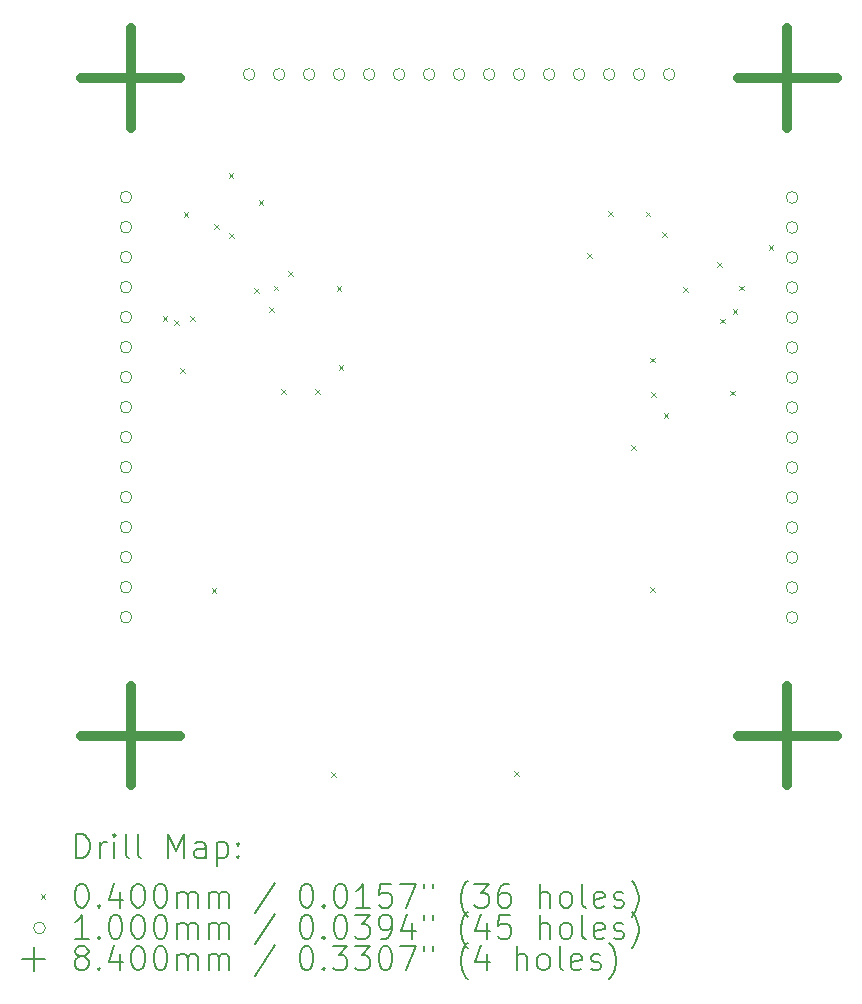
<source format=gbr>
%TF.GenerationSoftware,KiCad,Pcbnew,7.0.7*%
%TF.CreationDate,2024-02-10T01:20:36+05:30*%
%TF.ProjectId,Sensor_Stack,53656e73-6f72-45f5-9374-61636b2e6b69,rev?*%
%TF.SameCoordinates,Original*%
%TF.FileFunction,Drillmap*%
%TF.FilePolarity,Positive*%
%FSLAX45Y45*%
G04 Gerber Fmt 4.5, Leading zero omitted, Abs format (unit mm)*
G04 Created by KiCad (PCBNEW 7.0.7) date 2024-02-10 01:20:36*
%MOMM*%
%LPD*%
G01*
G04 APERTURE LIST*
%ADD10C,0.200000*%
%ADD11C,0.040000*%
%ADD12C,0.100000*%
%ADD13C,0.840000*%
G04 APERTURE END LIST*
D10*
D11*
X10028240Y-7043740D02*
X10068240Y-7083740D01*
X10068240Y-7043740D02*
X10028240Y-7083740D01*
X10124760Y-7076760D02*
X10164760Y-7116760D01*
X10164760Y-7076760D02*
X10124760Y-7116760D01*
X10175560Y-7488240D02*
X10215560Y-7528240D01*
X10215560Y-7488240D02*
X10175560Y-7528240D01*
X10206040Y-6167440D02*
X10246040Y-6207440D01*
X10246040Y-6167440D02*
X10206040Y-6207440D01*
X10261920Y-7046280D02*
X10301920Y-7086280D01*
X10301920Y-7046280D02*
X10261920Y-7086280D01*
X10442260Y-9347520D02*
X10482260Y-9387520D01*
X10482260Y-9347520D02*
X10442260Y-9387520D01*
X10465120Y-6269040D02*
X10505120Y-6309040D01*
X10505120Y-6269040D02*
X10465120Y-6309040D01*
X10587040Y-5834700D02*
X10627040Y-5874700D01*
X10627040Y-5834700D02*
X10587040Y-5874700D01*
X10591180Y-6339180D02*
X10631180Y-6379180D01*
X10631180Y-6339180D02*
X10591180Y-6379180D01*
X10805480Y-6807520D02*
X10845480Y-6847520D01*
X10845480Y-6807520D02*
X10805480Y-6847520D01*
X10841040Y-6063300D02*
X10881040Y-6103300D01*
X10881040Y-6063300D02*
X10841040Y-6103300D01*
X10932480Y-6970080D02*
X10972480Y-7010080D01*
X10972480Y-6970080D02*
X10932480Y-7010080D01*
X10968040Y-6787200D02*
X11008040Y-6827200D01*
X11008040Y-6787200D02*
X10968040Y-6827200D01*
X11034080Y-7660960D02*
X11074080Y-7700960D01*
X11074080Y-7660960D02*
X11034080Y-7700960D01*
X11089960Y-6665280D02*
X11129960Y-6705280D01*
X11129960Y-6665280D02*
X11089960Y-6705280D01*
X11318560Y-7660960D02*
X11358560Y-7700960D01*
X11358560Y-7660960D02*
X11318560Y-7700960D01*
X11453180Y-10907080D02*
X11493180Y-10947080D01*
X11493180Y-10907080D02*
X11453180Y-10947080D01*
X11501440Y-6792280D02*
X11541440Y-6832280D01*
X11541440Y-6792280D02*
X11501440Y-6832280D01*
X11519220Y-7460300D02*
X11559220Y-7500300D01*
X11559220Y-7460300D02*
X11519220Y-7500300D01*
X13002580Y-10894380D02*
X13042580Y-10934380D01*
X13042580Y-10894380D02*
X13002580Y-10934380D01*
X13624880Y-6512880D02*
X13664880Y-6552880D01*
X13664880Y-6512880D02*
X13624880Y-6552880D01*
X13800140Y-6157280D02*
X13840140Y-6197280D01*
X13840140Y-6157280D02*
X13800140Y-6197280D01*
X13995720Y-8138480D02*
X14035720Y-8178480D01*
X14035720Y-8138480D02*
X13995720Y-8178480D01*
X14117032Y-6159710D02*
X14157032Y-6199710D01*
X14157032Y-6159710D02*
X14117032Y-6199710D01*
X14153200Y-7396800D02*
X14193200Y-7436800D01*
X14193200Y-7396800D02*
X14153200Y-7436800D01*
X14153200Y-9337360D02*
X14193200Y-9377360D01*
X14193200Y-9337360D02*
X14153200Y-9377360D01*
X14163360Y-7691440D02*
X14203360Y-7731440D01*
X14203360Y-7691440D02*
X14163360Y-7731440D01*
X14259880Y-6335080D02*
X14299880Y-6375080D01*
X14299880Y-6335080D02*
X14259880Y-6375080D01*
X14270040Y-7864160D02*
X14310040Y-7904160D01*
X14310040Y-7864160D02*
X14270040Y-7904160D01*
X14432600Y-6797360D02*
X14472600Y-6837360D01*
X14472600Y-6797360D02*
X14432600Y-6837360D01*
X14722160Y-6589080D02*
X14762160Y-6629080D01*
X14762160Y-6589080D02*
X14722160Y-6629080D01*
X14747560Y-7066600D02*
X14787560Y-7106600D01*
X14787560Y-7066600D02*
X14747560Y-7106600D01*
X14833920Y-7676200D02*
X14873920Y-7716200D01*
X14873920Y-7676200D02*
X14833920Y-7716200D01*
X14854240Y-6985320D02*
X14894240Y-7025320D01*
X14894240Y-6985320D02*
X14854240Y-7025320D01*
X14910120Y-6787200D02*
X14950120Y-6827200D01*
X14950120Y-6787200D02*
X14910120Y-6827200D01*
X15159040Y-6441760D02*
X15199040Y-6481760D01*
X15199040Y-6441760D02*
X15159040Y-6481760D01*
D12*
X9767440Y-6036620D02*
G75*
G03*
X9767440Y-6036620I-50000J0D01*
G01*
X9767440Y-6290620D02*
G75*
G03*
X9767440Y-6290620I-50000J0D01*
G01*
X9767440Y-6544620D02*
G75*
G03*
X9767440Y-6544620I-50000J0D01*
G01*
X9767440Y-6798620D02*
G75*
G03*
X9767440Y-6798620I-50000J0D01*
G01*
X9767440Y-7052620D02*
G75*
G03*
X9767440Y-7052620I-50000J0D01*
G01*
X9767440Y-7306620D02*
G75*
G03*
X9767440Y-7306620I-50000J0D01*
G01*
X9767440Y-7560620D02*
G75*
G03*
X9767440Y-7560620I-50000J0D01*
G01*
X9767440Y-7814620D02*
G75*
G03*
X9767440Y-7814620I-50000J0D01*
G01*
X9767440Y-8068620D02*
G75*
G03*
X9767440Y-8068620I-50000J0D01*
G01*
X9767440Y-8322620D02*
G75*
G03*
X9767440Y-8322620I-50000J0D01*
G01*
X9767440Y-8576620D02*
G75*
G03*
X9767440Y-8576620I-50000J0D01*
G01*
X9767440Y-8830620D02*
G75*
G03*
X9767440Y-8830620I-50000J0D01*
G01*
X9767440Y-9084620D02*
G75*
G03*
X9767440Y-9084620I-50000J0D01*
G01*
X9767440Y-9338620D02*
G75*
G03*
X9767440Y-9338620I-50000J0D01*
G01*
X9767440Y-9592620D02*
G75*
G03*
X9767440Y-9592620I-50000J0D01*
G01*
X10809940Y-4998120D02*
G75*
G03*
X10809940Y-4998120I-50000J0D01*
G01*
X11063940Y-4998120D02*
G75*
G03*
X11063940Y-4998120I-50000J0D01*
G01*
X11317940Y-4998120D02*
G75*
G03*
X11317940Y-4998120I-50000J0D01*
G01*
X11571940Y-4998120D02*
G75*
G03*
X11571940Y-4998120I-50000J0D01*
G01*
X11825940Y-4998120D02*
G75*
G03*
X11825940Y-4998120I-50000J0D01*
G01*
X12079940Y-4998120D02*
G75*
G03*
X12079940Y-4998120I-50000J0D01*
G01*
X12333940Y-4998120D02*
G75*
G03*
X12333940Y-4998120I-50000J0D01*
G01*
X12587940Y-4998120D02*
G75*
G03*
X12587940Y-4998120I-50000J0D01*
G01*
X12841940Y-4998120D02*
G75*
G03*
X12841940Y-4998120I-50000J0D01*
G01*
X13095940Y-4998120D02*
G75*
G03*
X13095940Y-4998120I-50000J0D01*
G01*
X13349940Y-4998120D02*
G75*
G03*
X13349940Y-4998120I-50000J0D01*
G01*
X13603940Y-4998120D02*
G75*
G03*
X13603940Y-4998120I-50000J0D01*
G01*
X13857940Y-4998120D02*
G75*
G03*
X13857940Y-4998120I-50000J0D01*
G01*
X14111940Y-4998120D02*
G75*
G03*
X14111940Y-4998120I-50000J0D01*
G01*
X14365940Y-4998120D02*
G75*
G03*
X14365940Y-4998120I-50000J0D01*
G01*
X15407440Y-6039620D02*
G75*
G03*
X15407440Y-6039620I-50000J0D01*
G01*
X15407440Y-6293620D02*
G75*
G03*
X15407440Y-6293620I-50000J0D01*
G01*
X15407440Y-6547620D02*
G75*
G03*
X15407440Y-6547620I-50000J0D01*
G01*
X15407440Y-6801620D02*
G75*
G03*
X15407440Y-6801620I-50000J0D01*
G01*
X15407440Y-7055620D02*
G75*
G03*
X15407440Y-7055620I-50000J0D01*
G01*
X15407440Y-7309620D02*
G75*
G03*
X15407440Y-7309620I-50000J0D01*
G01*
X15407440Y-7563620D02*
G75*
G03*
X15407440Y-7563620I-50000J0D01*
G01*
X15407440Y-7817620D02*
G75*
G03*
X15407440Y-7817620I-50000J0D01*
G01*
X15407440Y-8071620D02*
G75*
G03*
X15407440Y-8071620I-50000J0D01*
G01*
X15407440Y-8325620D02*
G75*
G03*
X15407440Y-8325620I-50000J0D01*
G01*
X15407440Y-8579620D02*
G75*
G03*
X15407440Y-8579620I-50000J0D01*
G01*
X15407440Y-8833620D02*
G75*
G03*
X15407440Y-8833620I-50000J0D01*
G01*
X15407440Y-9087620D02*
G75*
G03*
X15407440Y-9087620I-50000J0D01*
G01*
X15407440Y-9341620D02*
G75*
G03*
X15407440Y-9341620I-50000J0D01*
G01*
X15407440Y-9595620D02*
G75*
G03*
X15407440Y-9595620I-50000J0D01*
G01*
D13*
X9757440Y-4608120D02*
X9757440Y-5448120D01*
X9337440Y-5028120D02*
X10177440Y-5028120D01*
X9757440Y-10178120D02*
X9757440Y-11018120D01*
X9337440Y-10598120D02*
X10177440Y-10598120D01*
X15317440Y-4609620D02*
X15317440Y-5449620D01*
X14897440Y-5029620D02*
X15737440Y-5029620D01*
X15317440Y-10178120D02*
X15317440Y-11018120D01*
X14897440Y-10598120D02*
X15737440Y-10598120D01*
D10*
X9295717Y-11632104D02*
X9295717Y-11432104D01*
X9295717Y-11432104D02*
X9343336Y-11432104D01*
X9343336Y-11432104D02*
X9371907Y-11441628D01*
X9371907Y-11441628D02*
X9390955Y-11460675D01*
X9390955Y-11460675D02*
X9400479Y-11479723D01*
X9400479Y-11479723D02*
X9410003Y-11517818D01*
X9410003Y-11517818D02*
X9410003Y-11546389D01*
X9410003Y-11546389D02*
X9400479Y-11584485D01*
X9400479Y-11584485D02*
X9390955Y-11603532D01*
X9390955Y-11603532D02*
X9371907Y-11622580D01*
X9371907Y-11622580D02*
X9343336Y-11632104D01*
X9343336Y-11632104D02*
X9295717Y-11632104D01*
X9495717Y-11632104D02*
X9495717Y-11498770D01*
X9495717Y-11536866D02*
X9505241Y-11517818D01*
X9505241Y-11517818D02*
X9514764Y-11508294D01*
X9514764Y-11508294D02*
X9533812Y-11498770D01*
X9533812Y-11498770D02*
X9552860Y-11498770D01*
X9619526Y-11632104D02*
X9619526Y-11498770D01*
X9619526Y-11432104D02*
X9610003Y-11441628D01*
X9610003Y-11441628D02*
X9619526Y-11451151D01*
X9619526Y-11451151D02*
X9629050Y-11441628D01*
X9629050Y-11441628D02*
X9619526Y-11432104D01*
X9619526Y-11432104D02*
X9619526Y-11451151D01*
X9743336Y-11632104D02*
X9724288Y-11622580D01*
X9724288Y-11622580D02*
X9714764Y-11603532D01*
X9714764Y-11603532D02*
X9714764Y-11432104D01*
X9848098Y-11632104D02*
X9829050Y-11622580D01*
X9829050Y-11622580D02*
X9819526Y-11603532D01*
X9819526Y-11603532D02*
X9819526Y-11432104D01*
X10076669Y-11632104D02*
X10076669Y-11432104D01*
X10076669Y-11432104D02*
X10143336Y-11574961D01*
X10143336Y-11574961D02*
X10210003Y-11432104D01*
X10210003Y-11432104D02*
X10210003Y-11632104D01*
X10390955Y-11632104D02*
X10390955Y-11527342D01*
X10390955Y-11527342D02*
X10381431Y-11508294D01*
X10381431Y-11508294D02*
X10362384Y-11498770D01*
X10362384Y-11498770D02*
X10324288Y-11498770D01*
X10324288Y-11498770D02*
X10305241Y-11508294D01*
X10390955Y-11622580D02*
X10371907Y-11632104D01*
X10371907Y-11632104D02*
X10324288Y-11632104D01*
X10324288Y-11632104D02*
X10305241Y-11622580D01*
X10305241Y-11622580D02*
X10295717Y-11603532D01*
X10295717Y-11603532D02*
X10295717Y-11584485D01*
X10295717Y-11584485D02*
X10305241Y-11565437D01*
X10305241Y-11565437D02*
X10324288Y-11555913D01*
X10324288Y-11555913D02*
X10371907Y-11555913D01*
X10371907Y-11555913D02*
X10390955Y-11546389D01*
X10486193Y-11498770D02*
X10486193Y-11698770D01*
X10486193Y-11508294D02*
X10505241Y-11498770D01*
X10505241Y-11498770D02*
X10543336Y-11498770D01*
X10543336Y-11498770D02*
X10562384Y-11508294D01*
X10562384Y-11508294D02*
X10571907Y-11517818D01*
X10571907Y-11517818D02*
X10581431Y-11536866D01*
X10581431Y-11536866D02*
X10581431Y-11594008D01*
X10581431Y-11594008D02*
X10571907Y-11613056D01*
X10571907Y-11613056D02*
X10562384Y-11622580D01*
X10562384Y-11622580D02*
X10543336Y-11632104D01*
X10543336Y-11632104D02*
X10505241Y-11632104D01*
X10505241Y-11632104D02*
X10486193Y-11622580D01*
X10667145Y-11613056D02*
X10676669Y-11622580D01*
X10676669Y-11622580D02*
X10667145Y-11632104D01*
X10667145Y-11632104D02*
X10657622Y-11622580D01*
X10657622Y-11622580D02*
X10667145Y-11613056D01*
X10667145Y-11613056D02*
X10667145Y-11632104D01*
X10667145Y-11508294D02*
X10676669Y-11517818D01*
X10676669Y-11517818D02*
X10667145Y-11527342D01*
X10667145Y-11527342D02*
X10657622Y-11517818D01*
X10657622Y-11517818D02*
X10667145Y-11508294D01*
X10667145Y-11508294D02*
X10667145Y-11527342D01*
D11*
X8994940Y-11940620D02*
X9034940Y-11980620D01*
X9034940Y-11940620D02*
X8994940Y-11980620D01*
D10*
X9333812Y-11852104D02*
X9352860Y-11852104D01*
X9352860Y-11852104D02*
X9371907Y-11861628D01*
X9371907Y-11861628D02*
X9381431Y-11871151D01*
X9381431Y-11871151D02*
X9390955Y-11890199D01*
X9390955Y-11890199D02*
X9400479Y-11928294D01*
X9400479Y-11928294D02*
X9400479Y-11975913D01*
X9400479Y-11975913D02*
X9390955Y-12014008D01*
X9390955Y-12014008D02*
X9381431Y-12033056D01*
X9381431Y-12033056D02*
X9371907Y-12042580D01*
X9371907Y-12042580D02*
X9352860Y-12052104D01*
X9352860Y-12052104D02*
X9333812Y-12052104D01*
X9333812Y-12052104D02*
X9314764Y-12042580D01*
X9314764Y-12042580D02*
X9305241Y-12033056D01*
X9305241Y-12033056D02*
X9295717Y-12014008D01*
X9295717Y-12014008D02*
X9286193Y-11975913D01*
X9286193Y-11975913D02*
X9286193Y-11928294D01*
X9286193Y-11928294D02*
X9295717Y-11890199D01*
X9295717Y-11890199D02*
X9305241Y-11871151D01*
X9305241Y-11871151D02*
X9314764Y-11861628D01*
X9314764Y-11861628D02*
X9333812Y-11852104D01*
X9486193Y-12033056D02*
X9495717Y-12042580D01*
X9495717Y-12042580D02*
X9486193Y-12052104D01*
X9486193Y-12052104D02*
X9476669Y-12042580D01*
X9476669Y-12042580D02*
X9486193Y-12033056D01*
X9486193Y-12033056D02*
X9486193Y-12052104D01*
X9667145Y-11918770D02*
X9667145Y-12052104D01*
X9619526Y-11842580D02*
X9571907Y-11985437D01*
X9571907Y-11985437D02*
X9695717Y-11985437D01*
X9810003Y-11852104D02*
X9829050Y-11852104D01*
X9829050Y-11852104D02*
X9848098Y-11861628D01*
X9848098Y-11861628D02*
X9857622Y-11871151D01*
X9857622Y-11871151D02*
X9867145Y-11890199D01*
X9867145Y-11890199D02*
X9876669Y-11928294D01*
X9876669Y-11928294D02*
X9876669Y-11975913D01*
X9876669Y-11975913D02*
X9867145Y-12014008D01*
X9867145Y-12014008D02*
X9857622Y-12033056D01*
X9857622Y-12033056D02*
X9848098Y-12042580D01*
X9848098Y-12042580D02*
X9829050Y-12052104D01*
X9829050Y-12052104D02*
X9810003Y-12052104D01*
X9810003Y-12052104D02*
X9790955Y-12042580D01*
X9790955Y-12042580D02*
X9781431Y-12033056D01*
X9781431Y-12033056D02*
X9771907Y-12014008D01*
X9771907Y-12014008D02*
X9762384Y-11975913D01*
X9762384Y-11975913D02*
X9762384Y-11928294D01*
X9762384Y-11928294D02*
X9771907Y-11890199D01*
X9771907Y-11890199D02*
X9781431Y-11871151D01*
X9781431Y-11871151D02*
X9790955Y-11861628D01*
X9790955Y-11861628D02*
X9810003Y-11852104D01*
X10000479Y-11852104D02*
X10019526Y-11852104D01*
X10019526Y-11852104D02*
X10038574Y-11861628D01*
X10038574Y-11861628D02*
X10048098Y-11871151D01*
X10048098Y-11871151D02*
X10057622Y-11890199D01*
X10057622Y-11890199D02*
X10067145Y-11928294D01*
X10067145Y-11928294D02*
X10067145Y-11975913D01*
X10067145Y-11975913D02*
X10057622Y-12014008D01*
X10057622Y-12014008D02*
X10048098Y-12033056D01*
X10048098Y-12033056D02*
X10038574Y-12042580D01*
X10038574Y-12042580D02*
X10019526Y-12052104D01*
X10019526Y-12052104D02*
X10000479Y-12052104D01*
X10000479Y-12052104D02*
X9981431Y-12042580D01*
X9981431Y-12042580D02*
X9971907Y-12033056D01*
X9971907Y-12033056D02*
X9962384Y-12014008D01*
X9962384Y-12014008D02*
X9952860Y-11975913D01*
X9952860Y-11975913D02*
X9952860Y-11928294D01*
X9952860Y-11928294D02*
X9962384Y-11890199D01*
X9962384Y-11890199D02*
X9971907Y-11871151D01*
X9971907Y-11871151D02*
X9981431Y-11861628D01*
X9981431Y-11861628D02*
X10000479Y-11852104D01*
X10152860Y-12052104D02*
X10152860Y-11918770D01*
X10152860Y-11937818D02*
X10162384Y-11928294D01*
X10162384Y-11928294D02*
X10181431Y-11918770D01*
X10181431Y-11918770D02*
X10210003Y-11918770D01*
X10210003Y-11918770D02*
X10229050Y-11928294D01*
X10229050Y-11928294D02*
X10238574Y-11947342D01*
X10238574Y-11947342D02*
X10238574Y-12052104D01*
X10238574Y-11947342D02*
X10248098Y-11928294D01*
X10248098Y-11928294D02*
X10267145Y-11918770D01*
X10267145Y-11918770D02*
X10295717Y-11918770D01*
X10295717Y-11918770D02*
X10314765Y-11928294D01*
X10314765Y-11928294D02*
X10324288Y-11947342D01*
X10324288Y-11947342D02*
X10324288Y-12052104D01*
X10419526Y-12052104D02*
X10419526Y-11918770D01*
X10419526Y-11937818D02*
X10429050Y-11928294D01*
X10429050Y-11928294D02*
X10448098Y-11918770D01*
X10448098Y-11918770D02*
X10476669Y-11918770D01*
X10476669Y-11918770D02*
X10495717Y-11928294D01*
X10495717Y-11928294D02*
X10505241Y-11947342D01*
X10505241Y-11947342D02*
X10505241Y-12052104D01*
X10505241Y-11947342D02*
X10514765Y-11928294D01*
X10514765Y-11928294D02*
X10533812Y-11918770D01*
X10533812Y-11918770D02*
X10562384Y-11918770D01*
X10562384Y-11918770D02*
X10581431Y-11928294D01*
X10581431Y-11928294D02*
X10590955Y-11947342D01*
X10590955Y-11947342D02*
X10590955Y-12052104D01*
X10981431Y-11842580D02*
X10810003Y-12099723D01*
X11238574Y-11852104D02*
X11257622Y-11852104D01*
X11257622Y-11852104D02*
X11276669Y-11861628D01*
X11276669Y-11861628D02*
X11286193Y-11871151D01*
X11286193Y-11871151D02*
X11295717Y-11890199D01*
X11295717Y-11890199D02*
X11305241Y-11928294D01*
X11305241Y-11928294D02*
X11305241Y-11975913D01*
X11305241Y-11975913D02*
X11295717Y-12014008D01*
X11295717Y-12014008D02*
X11286193Y-12033056D01*
X11286193Y-12033056D02*
X11276669Y-12042580D01*
X11276669Y-12042580D02*
X11257622Y-12052104D01*
X11257622Y-12052104D02*
X11238574Y-12052104D01*
X11238574Y-12052104D02*
X11219526Y-12042580D01*
X11219526Y-12042580D02*
X11210003Y-12033056D01*
X11210003Y-12033056D02*
X11200479Y-12014008D01*
X11200479Y-12014008D02*
X11190955Y-11975913D01*
X11190955Y-11975913D02*
X11190955Y-11928294D01*
X11190955Y-11928294D02*
X11200479Y-11890199D01*
X11200479Y-11890199D02*
X11210003Y-11871151D01*
X11210003Y-11871151D02*
X11219526Y-11861628D01*
X11219526Y-11861628D02*
X11238574Y-11852104D01*
X11390955Y-12033056D02*
X11400479Y-12042580D01*
X11400479Y-12042580D02*
X11390955Y-12052104D01*
X11390955Y-12052104D02*
X11381431Y-12042580D01*
X11381431Y-12042580D02*
X11390955Y-12033056D01*
X11390955Y-12033056D02*
X11390955Y-12052104D01*
X11524288Y-11852104D02*
X11543336Y-11852104D01*
X11543336Y-11852104D02*
X11562384Y-11861628D01*
X11562384Y-11861628D02*
X11571907Y-11871151D01*
X11571907Y-11871151D02*
X11581431Y-11890199D01*
X11581431Y-11890199D02*
X11590955Y-11928294D01*
X11590955Y-11928294D02*
X11590955Y-11975913D01*
X11590955Y-11975913D02*
X11581431Y-12014008D01*
X11581431Y-12014008D02*
X11571907Y-12033056D01*
X11571907Y-12033056D02*
X11562384Y-12042580D01*
X11562384Y-12042580D02*
X11543336Y-12052104D01*
X11543336Y-12052104D02*
X11524288Y-12052104D01*
X11524288Y-12052104D02*
X11505241Y-12042580D01*
X11505241Y-12042580D02*
X11495717Y-12033056D01*
X11495717Y-12033056D02*
X11486193Y-12014008D01*
X11486193Y-12014008D02*
X11476669Y-11975913D01*
X11476669Y-11975913D02*
X11476669Y-11928294D01*
X11476669Y-11928294D02*
X11486193Y-11890199D01*
X11486193Y-11890199D02*
X11495717Y-11871151D01*
X11495717Y-11871151D02*
X11505241Y-11861628D01*
X11505241Y-11861628D02*
X11524288Y-11852104D01*
X11781431Y-12052104D02*
X11667146Y-12052104D01*
X11724288Y-12052104D02*
X11724288Y-11852104D01*
X11724288Y-11852104D02*
X11705241Y-11880675D01*
X11705241Y-11880675D02*
X11686193Y-11899723D01*
X11686193Y-11899723D02*
X11667146Y-11909247D01*
X11962384Y-11852104D02*
X11867146Y-11852104D01*
X11867146Y-11852104D02*
X11857622Y-11947342D01*
X11857622Y-11947342D02*
X11867146Y-11937818D01*
X11867146Y-11937818D02*
X11886193Y-11928294D01*
X11886193Y-11928294D02*
X11933812Y-11928294D01*
X11933812Y-11928294D02*
X11952860Y-11937818D01*
X11952860Y-11937818D02*
X11962384Y-11947342D01*
X11962384Y-11947342D02*
X11971907Y-11966389D01*
X11971907Y-11966389D02*
X11971907Y-12014008D01*
X11971907Y-12014008D02*
X11962384Y-12033056D01*
X11962384Y-12033056D02*
X11952860Y-12042580D01*
X11952860Y-12042580D02*
X11933812Y-12052104D01*
X11933812Y-12052104D02*
X11886193Y-12052104D01*
X11886193Y-12052104D02*
X11867146Y-12042580D01*
X11867146Y-12042580D02*
X11857622Y-12033056D01*
X12038574Y-11852104D02*
X12171907Y-11852104D01*
X12171907Y-11852104D02*
X12086193Y-12052104D01*
X12238574Y-11852104D02*
X12238574Y-11890199D01*
X12314765Y-11852104D02*
X12314765Y-11890199D01*
X12610003Y-12128294D02*
X12600479Y-12118770D01*
X12600479Y-12118770D02*
X12581431Y-12090199D01*
X12581431Y-12090199D02*
X12571908Y-12071151D01*
X12571908Y-12071151D02*
X12562384Y-12042580D01*
X12562384Y-12042580D02*
X12552860Y-11994961D01*
X12552860Y-11994961D02*
X12552860Y-11956866D01*
X12552860Y-11956866D02*
X12562384Y-11909247D01*
X12562384Y-11909247D02*
X12571908Y-11880675D01*
X12571908Y-11880675D02*
X12581431Y-11861628D01*
X12581431Y-11861628D02*
X12600479Y-11833056D01*
X12600479Y-11833056D02*
X12610003Y-11823532D01*
X12667146Y-11852104D02*
X12790955Y-11852104D01*
X12790955Y-11852104D02*
X12724288Y-11928294D01*
X12724288Y-11928294D02*
X12752860Y-11928294D01*
X12752860Y-11928294D02*
X12771908Y-11937818D01*
X12771908Y-11937818D02*
X12781431Y-11947342D01*
X12781431Y-11947342D02*
X12790955Y-11966389D01*
X12790955Y-11966389D02*
X12790955Y-12014008D01*
X12790955Y-12014008D02*
X12781431Y-12033056D01*
X12781431Y-12033056D02*
X12771908Y-12042580D01*
X12771908Y-12042580D02*
X12752860Y-12052104D01*
X12752860Y-12052104D02*
X12695717Y-12052104D01*
X12695717Y-12052104D02*
X12676669Y-12042580D01*
X12676669Y-12042580D02*
X12667146Y-12033056D01*
X12962384Y-11852104D02*
X12924288Y-11852104D01*
X12924288Y-11852104D02*
X12905241Y-11861628D01*
X12905241Y-11861628D02*
X12895717Y-11871151D01*
X12895717Y-11871151D02*
X12876669Y-11899723D01*
X12876669Y-11899723D02*
X12867146Y-11937818D01*
X12867146Y-11937818D02*
X12867146Y-12014008D01*
X12867146Y-12014008D02*
X12876669Y-12033056D01*
X12876669Y-12033056D02*
X12886193Y-12042580D01*
X12886193Y-12042580D02*
X12905241Y-12052104D01*
X12905241Y-12052104D02*
X12943336Y-12052104D01*
X12943336Y-12052104D02*
X12962384Y-12042580D01*
X12962384Y-12042580D02*
X12971908Y-12033056D01*
X12971908Y-12033056D02*
X12981431Y-12014008D01*
X12981431Y-12014008D02*
X12981431Y-11966389D01*
X12981431Y-11966389D02*
X12971908Y-11947342D01*
X12971908Y-11947342D02*
X12962384Y-11937818D01*
X12962384Y-11937818D02*
X12943336Y-11928294D01*
X12943336Y-11928294D02*
X12905241Y-11928294D01*
X12905241Y-11928294D02*
X12886193Y-11937818D01*
X12886193Y-11937818D02*
X12876669Y-11947342D01*
X12876669Y-11947342D02*
X12867146Y-11966389D01*
X13219527Y-12052104D02*
X13219527Y-11852104D01*
X13305241Y-12052104D02*
X13305241Y-11947342D01*
X13305241Y-11947342D02*
X13295717Y-11928294D01*
X13295717Y-11928294D02*
X13276670Y-11918770D01*
X13276670Y-11918770D02*
X13248098Y-11918770D01*
X13248098Y-11918770D02*
X13229050Y-11928294D01*
X13229050Y-11928294D02*
X13219527Y-11937818D01*
X13429050Y-12052104D02*
X13410003Y-12042580D01*
X13410003Y-12042580D02*
X13400479Y-12033056D01*
X13400479Y-12033056D02*
X13390955Y-12014008D01*
X13390955Y-12014008D02*
X13390955Y-11956866D01*
X13390955Y-11956866D02*
X13400479Y-11937818D01*
X13400479Y-11937818D02*
X13410003Y-11928294D01*
X13410003Y-11928294D02*
X13429050Y-11918770D01*
X13429050Y-11918770D02*
X13457622Y-11918770D01*
X13457622Y-11918770D02*
X13476670Y-11928294D01*
X13476670Y-11928294D02*
X13486193Y-11937818D01*
X13486193Y-11937818D02*
X13495717Y-11956866D01*
X13495717Y-11956866D02*
X13495717Y-12014008D01*
X13495717Y-12014008D02*
X13486193Y-12033056D01*
X13486193Y-12033056D02*
X13476670Y-12042580D01*
X13476670Y-12042580D02*
X13457622Y-12052104D01*
X13457622Y-12052104D02*
X13429050Y-12052104D01*
X13610003Y-12052104D02*
X13590955Y-12042580D01*
X13590955Y-12042580D02*
X13581431Y-12023532D01*
X13581431Y-12023532D02*
X13581431Y-11852104D01*
X13762384Y-12042580D02*
X13743336Y-12052104D01*
X13743336Y-12052104D02*
X13705241Y-12052104D01*
X13705241Y-12052104D02*
X13686193Y-12042580D01*
X13686193Y-12042580D02*
X13676670Y-12023532D01*
X13676670Y-12023532D02*
X13676670Y-11947342D01*
X13676670Y-11947342D02*
X13686193Y-11928294D01*
X13686193Y-11928294D02*
X13705241Y-11918770D01*
X13705241Y-11918770D02*
X13743336Y-11918770D01*
X13743336Y-11918770D02*
X13762384Y-11928294D01*
X13762384Y-11928294D02*
X13771908Y-11947342D01*
X13771908Y-11947342D02*
X13771908Y-11966389D01*
X13771908Y-11966389D02*
X13676670Y-11985437D01*
X13848098Y-12042580D02*
X13867146Y-12052104D01*
X13867146Y-12052104D02*
X13905241Y-12052104D01*
X13905241Y-12052104D02*
X13924289Y-12042580D01*
X13924289Y-12042580D02*
X13933812Y-12023532D01*
X13933812Y-12023532D02*
X13933812Y-12014008D01*
X13933812Y-12014008D02*
X13924289Y-11994961D01*
X13924289Y-11994961D02*
X13905241Y-11985437D01*
X13905241Y-11985437D02*
X13876670Y-11985437D01*
X13876670Y-11985437D02*
X13857622Y-11975913D01*
X13857622Y-11975913D02*
X13848098Y-11956866D01*
X13848098Y-11956866D02*
X13848098Y-11947342D01*
X13848098Y-11947342D02*
X13857622Y-11928294D01*
X13857622Y-11928294D02*
X13876670Y-11918770D01*
X13876670Y-11918770D02*
X13905241Y-11918770D01*
X13905241Y-11918770D02*
X13924289Y-11928294D01*
X14000479Y-12128294D02*
X14010003Y-12118770D01*
X14010003Y-12118770D02*
X14029051Y-12090199D01*
X14029051Y-12090199D02*
X14038574Y-12071151D01*
X14038574Y-12071151D02*
X14048098Y-12042580D01*
X14048098Y-12042580D02*
X14057622Y-11994961D01*
X14057622Y-11994961D02*
X14057622Y-11956866D01*
X14057622Y-11956866D02*
X14048098Y-11909247D01*
X14048098Y-11909247D02*
X14038574Y-11880675D01*
X14038574Y-11880675D02*
X14029051Y-11861628D01*
X14029051Y-11861628D02*
X14010003Y-11833056D01*
X14010003Y-11833056D02*
X14000479Y-11823532D01*
D12*
X9034940Y-12224620D02*
G75*
G03*
X9034940Y-12224620I-50000J0D01*
G01*
D10*
X9400479Y-12316104D02*
X9286193Y-12316104D01*
X9343336Y-12316104D02*
X9343336Y-12116104D01*
X9343336Y-12116104D02*
X9324288Y-12144675D01*
X9324288Y-12144675D02*
X9305241Y-12163723D01*
X9305241Y-12163723D02*
X9286193Y-12173247D01*
X9486193Y-12297056D02*
X9495717Y-12306580D01*
X9495717Y-12306580D02*
X9486193Y-12316104D01*
X9486193Y-12316104D02*
X9476669Y-12306580D01*
X9476669Y-12306580D02*
X9486193Y-12297056D01*
X9486193Y-12297056D02*
X9486193Y-12316104D01*
X9619526Y-12116104D02*
X9638574Y-12116104D01*
X9638574Y-12116104D02*
X9657622Y-12125628D01*
X9657622Y-12125628D02*
X9667145Y-12135151D01*
X9667145Y-12135151D02*
X9676669Y-12154199D01*
X9676669Y-12154199D02*
X9686193Y-12192294D01*
X9686193Y-12192294D02*
X9686193Y-12239913D01*
X9686193Y-12239913D02*
X9676669Y-12278008D01*
X9676669Y-12278008D02*
X9667145Y-12297056D01*
X9667145Y-12297056D02*
X9657622Y-12306580D01*
X9657622Y-12306580D02*
X9638574Y-12316104D01*
X9638574Y-12316104D02*
X9619526Y-12316104D01*
X9619526Y-12316104D02*
X9600479Y-12306580D01*
X9600479Y-12306580D02*
X9590955Y-12297056D01*
X9590955Y-12297056D02*
X9581431Y-12278008D01*
X9581431Y-12278008D02*
X9571907Y-12239913D01*
X9571907Y-12239913D02*
X9571907Y-12192294D01*
X9571907Y-12192294D02*
X9581431Y-12154199D01*
X9581431Y-12154199D02*
X9590955Y-12135151D01*
X9590955Y-12135151D02*
X9600479Y-12125628D01*
X9600479Y-12125628D02*
X9619526Y-12116104D01*
X9810003Y-12116104D02*
X9829050Y-12116104D01*
X9829050Y-12116104D02*
X9848098Y-12125628D01*
X9848098Y-12125628D02*
X9857622Y-12135151D01*
X9857622Y-12135151D02*
X9867145Y-12154199D01*
X9867145Y-12154199D02*
X9876669Y-12192294D01*
X9876669Y-12192294D02*
X9876669Y-12239913D01*
X9876669Y-12239913D02*
X9867145Y-12278008D01*
X9867145Y-12278008D02*
X9857622Y-12297056D01*
X9857622Y-12297056D02*
X9848098Y-12306580D01*
X9848098Y-12306580D02*
X9829050Y-12316104D01*
X9829050Y-12316104D02*
X9810003Y-12316104D01*
X9810003Y-12316104D02*
X9790955Y-12306580D01*
X9790955Y-12306580D02*
X9781431Y-12297056D01*
X9781431Y-12297056D02*
X9771907Y-12278008D01*
X9771907Y-12278008D02*
X9762384Y-12239913D01*
X9762384Y-12239913D02*
X9762384Y-12192294D01*
X9762384Y-12192294D02*
X9771907Y-12154199D01*
X9771907Y-12154199D02*
X9781431Y-12135151D01*
X9781431Y-12135151D02*
X9790955Y-12125628D01*
X9790955Y-12125628D02*
X9810003Y-12116104D01*
X10000479Y-12116104D02*
X10019526Y-12116104D01*
X10019526Y-12116104D02*
X10038574Y-12125628D01*
X10038574Y-12125628D02*
X10048098Y-12135151D01*
X10048098Y-12135151D02*
X10057622Y-12154199D01*
X10057622Y-12154199D02*
X10067145Y-12192294D01*
X10067145Y-12192294D02*
X10067145Y-12239913D01*
X10067145Y-12239913D02*
X10057622Y-12278008D01*
X10057622Y-12278008D02*
X10048098Y-12297056D01*
X10048098Y-12297056D02*
X10038574Y-12306580D01*
X10038574Y-12306580D02*
X10019526Y-12316104D01*
X10019526Y-12316104D02*
X10000479Y-12316104D01*
X10000479Y-12316104D02*
X9981431Y-12306580D01*
X9981431Y-12306580D02*
X9971907Y-12297056D01*
X9971907Y-12297056D02*
X9962384Y-12278008D01*
X9962384Y-12278008D02*
X9952860Y-12239913D01*
X9952860Y-12239913D02*
X9952860Y-12192294D01*
X9952860Y-12192294D02*
X9962384Y-12154199D01*
X9962384Y-12154199D02*
X9971907Y-12135151D01*
X9971907Y-12135151D02*
X9981431Y-12125628D01*
X9981431Y-12125628D02*
X10000479Y-12116104D01*
X10152860Y-12316104D02*
X10152860Y-12182770D01*
X10152860Y-12201818D02*
X10162384Y-12192294D01*
X10162384Y-12192294D02*
X10181431Y-12182770D01*
X10181431Y-12182770D02*
X10210003Y-12182770D01*
X10210003Y-12182770D02*
X10229050Y-12192294D01*
X10229050Y-12192294D02*
X10238574Y-12211342D01*
X10238574Y-12211342D02*
X10238574Y-12316104D01*
X10238574Y-12211342D02*
X10248098Y-12192294D01*
X10248098Y-12192294D02*
X10267145Y-12182770D01*
X10267145Y-12182770D02*
X10295717Y-12182770D01*
X10295717Y-12182770D02*
X10314765Y-12192294D01*
X10314765Y-12192294D02*
X10324288Y-12211342D01*
X10324288Y-12211342D02*
X10324288Y-12316104D01*
X10419526Y-12316104D02*
X10419526Y-12182770D01*
X10419526Y-12201818D02*
X10429050Y-12192294D01*
X10429050Y-12192294D02*
X10448098Y-12182770D01*
X10448098Y-12182770D02*
X10476669Y-12182770D01*
X10476669Y-12182770D02*
X10495717Y-12192294D01*
X10495717Y-12192294D02*
X10505241Y-12211342D01*
X10505241Y-12211342D02*
X10505241Y-12316104D01*
X10505241Y-12211342D02*
X10514765Y-12192294D01*
X10514765Y-12192294D02*
X10533812Y-12182770D01*
X10533812Y-12182770D02*
X10562384Y-12182770D01*
X10562384Y-12182770D02*
X10581431Y-12192294D01*
X10581431Y-12192294D02*
X10590955Y-12211342D01*
X10590955Y-12211342D02*
X10590955Y-12316104D01*
X10981431Y-12106580D02*
X10810003Y-12363723D01*
X11238574Y-12116104D02*
X11257622Y-12116104D01*
X11257622Y-12116104D02*
X11276669Y-12125628D01*
X11276669Y-12125628D02*
X11286193Y-12135151D01*
X11286193Y-12135151D02*
X11295717Y-12154199D01*
X11295717Y-12154199D02*
X11305241Y-12192294D01*
X11305241Y-12192294D02*
X11305241Y-12239913D01*
X11305241Y-12239913D02*
X11295717Y-12278008D01*
X11295717Y-12278008D02*
X11286193Y-12297056D01*
X11286193Y-12297056D02*
X11276669Y-12306580D01*
X11276669Y-12306580D02*
X11257622Y-12316104D01*
X11257622Y-12316104D02*
X11238574Y-12316104D01*
X11238574Y-12316104D02*
X11219526Y-12306580D01*
X11219526Y-12306580D02*
X11210003Y-12297056D01*
X11210003Y-12297056D02*
X11200479Y-12278008D01*
X11200479Y-12278008D02*
X11190955Y-12239913D01*
X11190955Y-12239913D02*
X11190955Y-12192294D01*
X11190955Y-12192294D02*
X11200479Y-12154199D01*
X11200479Y-12154199D02*
X11210003Y-12135151D01*
X11210003Y-12135151D02*
X11219526Y-12125628D01*
X11219526Y-12125628D02*
X11238574Y-12116104D01*
X11390955Y-12297056D02*
X11400479Y-12306580D01*
X11400479Y-12306580D02*
X11390955Y-12316104D01*
X11390955Y-12316104D02*
X11381431Y-12306580D01*
X11381431Y-12306580D02*
X11390955Y-12297056D01*
X11390955Y-12297056D02*
X11390955Y-12316104D01*
X11524288Y-12116104D02*
X11543336Y-12116104D01*
X11543336Y-12116104D02*
X11562384Y-12125628D01*
X11562384Y-12125628D02*
X11571907Y-12135151D01*
X11571907Y-12135151D02*
X11581431Y-12154199D01*
X11581431Y-12154199D02*
X11590955Y-12192294D01*
X11590955Y-12192294D02*
X11590955Y-12239913D01*
X11590955Y-12239913D02*
X11581431Y-12278008D01*
X11581431Y-12278008D02*
X11571907Y-12297056D01*
X11571907Y-12297056D02*
X11562384Y-12306580D01*
X11562384Y-12306580D02*
X11543336Y-12316104D01*
X11543336Y-12316104D02*
X11524288Y-12316104D01*
X11524288Y-12316104D02*
X11505241Y-12306580D01*
X11505241Y-12306580D02*
X11495717Y-12297056D01*
X11495717Y-12297056D02*
X11486193Y-12278008D01*
X11486193Y-12278008D02*
X11476669Y-12239913D01*
X11476669Y-12239913D02*
X11476669Y-12192294D01*
X11476669Y-12192294D02*
X11486193Y-12154199D01*
X11486193Y-12154199D02*
X11495717Y-12135151D01*
X11495717Y-12135151D02*
X11505241Y-12125628D01*
X11505241Y-12125628D02*
X11524288Y-12116104D01*
X11657622Y-12116104D02*
X11781431Y-12116104D01*
X11781431Y-12116104D02*
X11714765Y-12192294D01*
X11714765Y-12192294D02*
X11743336Y-12192294D01*
X11743336Y-12192294D02*
X11762384Y-12201818D01*
X11762384Y-12201818D02*
X11771907Y-12211342D01*
X11771907Y-12211342D02*
X11781431Y-12230389D01*
X11781431Y-12230389D02*
X11781431Y-12278008D01*
X11781431Y-12278008D02*
X11771907Y-12297056D01*
X11771907Y-12297056D02*
X11762384Y-12306580D01*
X11762384Y-12306580D02*
X11743336Y-12316104D01*
X11743336Y-12316104D02*
X11686193Y-12316104D01*
X11686193Y-12316104D02*
X11667146Y-12306580D01*
X11667146Y-12306580D02*
X11657622Y-12297056D01*
X11876669Y-12316104D02*
X11914765Y-12316104D01*
X11914765Y-12316104D02*
X11933812Y-12306580D01*
X11933812Y-12306580D02*
X11943336Y-12297056D01*
X11943336Y-12297056D02*
X11962384Y-12268485D01*
X11962384Y-12268485D02*
X11971907Y-12230389D01*
X11971907Y-12230389D02*
X11971907Y-12154199D01*
X11971907Y-12154199D02*
X11962384Y-12135151D01*
X11962384Y-12135151D02*
X11952860Y-12125628D01*
X11952860Y-12125628D02*
X11933812Y-12116104D01*
X11933812Y-12116104D02*
X11895717Y-12116104D01*
X11895717Y-12116104D02*
X11876669Y-12125628D01*
X11876669Y-12125628D02*
X11867146Y-12135151D01*
X11867146Y-12135151D02*
X11857622Y-12154199D01*
X11857622Y-12154199D02*
X11857622Y-12201818D01*
X11857622Y-12201818D02*
X11867146Y-12220866D01*
X11867146Y-12220866D02*
X11876669Y-12230389D01*
X11876669Y-12230389D02*
X11895717Y-12239913D01*
X11895717Y-12239913D02*
X11933812Y-12239913D01*
X11933812Y-12239913D02*
X11952860Y-12230389D01*
X11952860Y-12230389D02*
X11962384Y-12220866D01*
X11962384Y-12220866D02*
X11971907Y-12201818D01*
X12143336Y-12182770D02*
X12143336Y-12316104D01*
X12095717Y-12106580D02*
X12048098Y-12249437D01*
X12048098Y-12249437D02*
X12171907Y-12249437D01*
X12238574Y-12116104D02*
X12238574Y-12154199D01*
X12314765Y-12116104D02*
X12314765Y-12154199D01*
X12610003Y-12392294D02*
X12600479Y-12382770D01*
X12600479Y-12382770D02*
X12581431Y-12354199D01*
X12581431Y-12354199D02*
X12571908Y-12335151D01*
X12571908Y-12335151D02*
X12562384Y-12306580D01*
X12562384Y-12306580D02*
X12552860Y-12258961D01*
X12552860Y-12258961D02*
X12552860Y-12220866D01*
X12552860Y-12220866D02*
X12562384Y-12173247D01*
X12562384Y-12173247D02*
X12571908Y-12144675D01*
X12571908Y-12144675D02*
X12581431Y-12125628D01*
X12581431Y-12125628D02*
X12600479Y-12097056D01*
X12600479Y-12097056D02*
X12610003Y-12087532D01*
X12771908Y-12182770D02*
X12771908Y-12316104D01*
X12724288Y-12106580D02*
X12676669Y-12249437D01*
X12676669Y-12249437D02*
X12800479Y-12249437D01*
X12971908Y-12116104D02*
X12876669Y-12116104D01*
X12876669Y-12116104D02*
X12867146Y-12211342D01*
X12867146Y-12211342D02*
X12876669Y-12201818D01*
X12876669Y-12201818D02*
X12895717Y-12192294D01*
X12895717Y-12192294D02*
X12943336Y-12192294D01*
X12943336Y-12192294D02*
X12962384Y-12201818D01*
X12962384Y-12201818D02*
X12971908Y-12211342D01*
X12971908Y-12211342D02*
X12981431Y-12230389D01*
X12981431Y-12230389D02*
X12981431Y-12278008D01*
X12981431Y-12278008D02*
X12971908Y-12297056D01*
X12971908Y-12297056D02*
X12962384Y-12306580D01*
X12962384Y-12306580D02*
X12943336Y-12316104D01*
X12943336Y-12316104D02*
X12895717Y-12316104D01*
X12895717Y-12316104D02*
X12876669Y-12306580D01*
X12876669Y-12306580D02*
X12867146Y-12297056D01*
X13219527Y-12316104D02*
X13219527Y-12116104D01*
X13305241Y-12316104D02*
X13305241Y-12211342D01*
X13305241Y-12211342D02*
X13295717Y-12192294D01*
X13295717Y-12192294D02*
X13276670Y-12182770D01*
X13276670Y-12182770D02*
X13248098Y-12182770D01*
X13248098Y-12182770D02*
X13229050Y-12192294D01*
X13229050Y-12192294D02*
X13219527Y-12201818D01*
X13429050Y-12316104D02*
X13410003Y-12306580D01*
X13410003Y-12306580D02*
X13400479Y-12297056D01*
X13400479Y-12297056D02*
X13390955Y-12278008D01*
X13390955Y-12278008D02*
X13390955Y-12220866D01*
X13390955Y-12220866D02*
X13400479Y-12201818D01*
X13400479Y-12201818D02*
X13410003Y-12192294D01*
X13410003Y-12192294D02*
X13429050Y-12182770D01*
X13429050Y-12182770D02*
X13457622Y-12182770D01*
X13457622Y-12182770D02*
X13476670Y-12192294D01*
X13476670Y-12192294D02*
X13486193Y-12201818D01*
X13486193Y-12201818D02*
X13495717Y-12220866D01*
X13495717Y-12220866D02*
X13495717Y-12278008D01*
X13495717Y-12278008D02*
X13486193Y-12297056D01*
X13486193Y-12297056D02*
X13476670Y-12306580D01*
X13476670Y-12306580D02*
X13457622Y-12316104D01*
X13457622Y-12316104D02*
X13429050Y-12316104D01*
X13610003Y-12316104D02*
X13590955Y-12306580D01*
X13590955Y-12306580D02*
X13581431Y-12287532D01*
X13581431Y-12287532D02*
X13581431Y-12116104D01*
X13762384Y-12306580D02*
X13743336Y-12316104D01*
X13743336Y-12316104D02*
X13705241Y-12316104D01*
X13705241Y-12316104D02*
X13686193Y-12306580D01*
X13686193Y-12306580D02*
X13676670Y-12287532D01*
X13676670Y-12287532D02*
X13676670Y-12211342D01*
X13676670Y-12211342D02*
X13686193Y-12192294D01*
X13686193Y-12192294D02*
X13705241Y-12182770D01*
X13705241Y-12182770D02*
X13743336Y-12182770D01*
X13743336Y-12182770D02*
X13762384Y-12192294D01*
X13762384Y-12192294D02*
X13771908Y-12211342D01*
X13771908Y-12211342D02*
X13771908Y-12230389D01*
X13771908Y-12230389D02*
X13676670Y-12249437D01*
X13848098Y-12306580D02*
X13867146Y-12316104D01*
X13867146Y-12316104D02*
X13905241Y-12316104D01*
X13905241Y-12316104D02*
X13924289Y-12306580D01*
X13924289Y-12306580D02*
X13933812Y-12287532D01*
X13933812Y-12287532D02*
X13933812Y-12278008D01*
X13933812Y-12278008D02*
X13924289Y-12258961D01*
X13924289Y-12258961D02*
X13905241Y-12249437D01*
X13905241Y-12249437D02*
X13876670Y-12249437D01*
X13876670Y-12249437D02*
X13857622Y-12239913D01*
X13857622Y-12239913D02*
X13848098Y-12220866D01*
X13848098Y-12220866D02*
X13848098Y-12211342D01*
X13848098Y-12211342D02*
X13857622Y-12192294D01*
X13857622Y-12192294D02*
X13876670Y-12182770D01*
X13876670Y-12182770D02*
X13905241Y-12182770D01*
X13905241Y-12182770D02*
X13924289Y-12192294D01*
X14000479Y-12392294D02*
X14010003Y-12382770D01*
X14010003Y-12382770D02*
X14029051Y-12354199D01*
X14029051Y-12354199D02*
X14038574Y-12335151D01*
X14038574Y-12335151D02*
X14048098Y-12306580D01*
X14048098Y-12306580D02*
X14057622Y-12258961D01*
X14057622Y-12258961D02*
X14057622Y-12220866D01*
X14057622Y-12220866D02*
X14048098Y-12173247D01*
X14048098Y-12173247D02*
X14038574Y-12144675D01*
X14038574Y-12144675D02*
X14029051Y-12125628D01*
X14029051Y-12125628D02*
X14010003Y-12097056D01*
X14010003Y-12097056D02*
X14000479Y-12087532D01*
X8934940Y-12388620D02*
X8934940Y-12588620D01*
X8834940Y-12488620D02*
X9034940Y-12488620D01*
X9324288Y-12465818D02*
X9305241Y-12456294D01*
X9305241Y-12456294D02*
X9295717Y-12446770D01*
X9295717Y-12446770D02*
X9286193Y-12427723D01*
X9286193Y-12427723D02*
X9286193Y-12418199D01*
X9286193Y-12418199D02*
X9295717Y-12399151D01*
X9295717Y-12399151D02*
X9305241Y-12389628D01*
X9305241Y-12389628D02*
X9324288Y-12380104D01*
X9324288Y-12380104D02*
X9362384Y-12380104D01*
X9362384Y-12380104D02*
X9381431Y-12389628D01*
X9381431Y-12389628D02*
X9390955Y-12399151D01*
X9390955Y-12399151D02*
X9400479Y-12418199D01*
X9400479Y-12418199D02*
X9400479Y-12427723D01*
X9400479Y-12427723D02*
X9390955Y-12446770D01*
X9390955Y-12446770D02*
X9381431Y-12456294D01*
X9381431Y-12456294D02*
X9362384Y-12465818D01*
X9362384Y-12465818D02*
X9324288Y-12465818D01*
X9324288Y-12465818D02*
X9305241Y-12475342D01*
X9305241Y-12475342D02*
X9295717Y-12484866D01*
X9295717Y-12484866D02*
X9286193Y-12503913D01*
X9286193Y-12503913D02*
X9286193Y-12542008D01*
X9286193Y-12542008D02*
X9295717Y-12561056D01*
X9295717Y-12561056D02*
X9305241Y-12570580D01*
X9305241Y-12570580D02*
X9324288Y-12580104D01*
X9324288Y-12580104D02*
X9362384Y-12580104D01*
X9362384Y-12580104D02*
X9381431Y-12570580D01*
X9381431Y-12570580D02*
X9390955Y-12561056D01*
X9390955Y-12561056D02*
X9400479Y-12542008D01*
X9400479Y-12542008D02*
X9400479Y-12503913D01*
X9400479Y-12503913D02*
X9390955Y-12484866D01*
X9390955Y-12484866D02*
X9381431Y-12475342D01*
X9381431Y-12475342D02*
X9362384Y-12465818D01*
X9486193Y-12561056D02*
X9495717Y-12570580D01*
X9495717Y-12570580D02*
X9486193Y-12580104D01*
X9486193Y-12580104D02*
X9476669Y-12570580D01*
X9476669Y-12570580D02*
X9486193Y-12561056D01*
X9486193Y-12561056D02*
X9486193Y-12580104D01*
X9667145Y-12446770D02*
X9667145Y-12580104D01*
X9619526Y-12370580D02*
X9571907Y-12513437D01*
X9571907Y-12513437D02*
X9695717Y-12513437D01*
X9810003Y-12380104D02*
X9829050Y-12380104D01*
X9829050Y-12380104D02*
X9848098Y-12389628D01*
X9848098Y-12389628D02*
X9857622Y-12399151D01*
X9857622Y-12399151D02*
X9867145Y-12418199D01*
X9867145Y-12418199D02*
X9876669Y-12456294D01*
X9876669Y-12456294D02*
X9876669Y-12503913D01*
X9876669Y-12503913D02*
X9867145Y-12542008D01*
X9867145Y-12542008D02*
X9857622Y-12561056D01*
X9857622Y-12561056D02*
X9848098Y-12570580D01*
X9848098Y-12570580D02*
X9829050Y-12580104D01*
X9829050Y-12580104D02*
X9810003Y-12580104D01*
X9810003Y-12580104D02*
X9790955Y-12570580D01*
X9790955Y-12570580D02*
X9781431Y-12561056D01*
X9781431Y-12561056D02*
X9771907Y-12542008D01*
X9771907Y-12542008D02*
X9762384Y-12503913D01*
X9762384Y-12503913D02*
X9762384Y-12456294D01*
X9762384Y-12456294D02*
X9771907Y-12418199D01*
X9771907Y-12418199D02*
X9781431Y-12399151D01*
X9781431Y-12399151D02*
X9790955Y-12389628D01*
X9790955Y-12389628D02*
X9810003Y-12380104D01*
X10000479Y-12380104D02*
X10019526Y-12380104D01*
X10019526Y-12380104D02*
X10038574Y-12389628D01*
X10038574Y-12389628D02*
X10048098Y-12399151D01*
X10048098Y-12399151D02*
X10057622Y-12418199D01*
X10057622Y-12418199D02*
X10067145Y-12456294D01*
X10067145Y-12456294D02*
X10067145Y-12503913D01*
X10067145Y-12503913D02*
X10057622Y-12542008D01*
X10057622Y-12542008D02*
X10048098Y-12561056D01*
X10048098Y-12561056D02*
X10038574Y-12570580D01*
X10038574Y-12570580D02*
X10019526Y-12580104D01*
X10019526Y-12580104D02*
X10000479Y-12580104D01*
X10000479Y-12580104D02*
X9981431Y-12570580D01*
X9981431Y-12570580D02*
X9971907Y-12561056D01*
X9971907Y-12561056D02*
X9962384Y-12542008D01*
X9962384Y-12542008D02*
X9952860Y-12503913D01*
X9952860Y-12503913D02*
X9952860Y-12456294D01*
X9952860Y-12456294D02*
X9962384Y-12418199D01*
X9962384Y-12418199D02*
X9971907Y-12399151D01*
X9971907Y-12399151D02*
X9981431Y-12389628D01*
X9981431Y-12389628D02*
X10000479Y-12380104D01*
X10152860Y-12580104D02*
X10152860Y-12446770D01*
X10152860Y-12465818D02*
X10162384Y-12456294D01*
X10162384Y-12456294D02*
X10181431Y-12446770D01*
X10181431Y-12446770D02*
X10210003Y-12446770D01*
X10210003Y-12446770D02*
X10229050Y-12456294D01*
X10229050Y-12456294D02*
X10238574Y-12475342D01*
X10238574Y-12475342D02*
X10238574Y-12580104D01*
X10238574Y-12475342D02*
X10248098Y-12456294D01*
X10248098Y-12456294D02*
X10267145Y-12446770D01*
X10267145Y-12446770D02*
X10295717Y-12446770D01*
X10295717Y-12446770D02*
X10314765Y-12456294D01*
X10314765Y-12456294D02*
X10324288Y-12475342D01*
X10324288Y-12475342D02*
X10324288Y-12580104D01*
X10419526Y-12580104D02*
X10419526Y-12446770D01*
X10419526Y-12465818D02*
X10429050Y-12456294D01*
X10429050Y-12456294D02*
X10448098Y-12446770D01*
X10448098Y-12446770D02*
X10476669Y-12446770D01*
X10476669Y-12446770D02*
X10495717Y-12456294D01*
X10495717Y-12456294D02*
X10505241Y-12475342D01*
X10505241Y-12475342D02*
X10505241Y-12580104D01*
X10505241Y-12475342D02*
X10514765Y-12456294D01*
X10514765Y-12456294D02*
X10533812Y-12446770D01*
X10533812Y-12446770D02*
X10562384Y-12446770D01*
X10562384Y-12446770D02*
X10581431Y-12456294D01*
X10581431Y-12456294D02*
X10590955Y-12475342D01*
X10590955Y-12475342D02*
X10590955Y-12580104D01*
X10981431Y-12370580D02*
X10810003Y-12627723D01*
X11238574Y-12380104D02*
X11257622Y-12380104D01*
X11257622Y-12380104D02*
X11276669Y-12389628D01*
X11276669Y-12389628D02*
X11286193Y-12399151D01*
X11286193Y-12399151D02*
X11295717Y-12418199D01*
X11295717Y-12418199D02*
X11305241Y-12456294D01*
X11305241Y-12456294D02*
X11305241Y-12503913D01*
X11305241Y-12503913D02*
X11295717Y-12542008D01*
X11295717Y-12542008D02*
X11286193Y-12561056D01*
X11286193Y-12561056D02*
X11276669Y-12570580D01*
X11276669Y-12570580D02*
X11257622Y-12580104D01*
X11257622Y-12580104D02*
X11238574Y-12580104D01*
X11238574Y-12580104D02*
X11219526Y-12570580D01*
X11219526Y-12570580D02*
X11210003Y-12561056D01*
X11210003Y-12561056D02*
X11200479Y-12542008D01*
X11200479Y-12542008D02*
X11190955Y-12503913D01*
X11190955Y-12503913D02*
X11190955Y-12456294D01*
X11190955Y-12456294D02*
X11200479Y-12418199D01*
X11200479Y-12418199D02*
X11210003Y-12399151D01*
X11210003Y-12399151D02*
X11219526Y-12389628D01*
X11219526Y-12389628D02*
X11238574Y-12380104D01*
X11390955Y-12561056D02*
X11400479Y-12570580D01*
X11400479Y-12570580D02*
X11390955Y-12580104D01*
X11390955Y-12580104D02*
X11381431Y-12570580D01*
X11381431Y-12570580D02*
X11390955Y-12561056D01*
X11390955Y-12561056D02*
X11390955Y-12580104D01*
X11467146Y-12380104D02*
X11590955Y-12380104D01*
X11590955Y-12380104D02*
X11524288Y-12456294D01*
X11524288Y-12456294D02*
X11552860Y-12456294D01*
X11552860Y-12456294D02*
X11571907Y-12465818D01*
X11571907Y-12465818D02*
X11581431Y-12475342D01*
X11581431Y-12475342D02*
X11590955Y-12494389D01*
X11590955Y-12494389D02*
X11590955Y-12542008D01*
X11590955Y-12542008D02*
X11581431Y-12561056D01*
X11581431Y-12561056D02*
X11571907Y-12570580D01*
X11571907Y-12570580D02*
X11552860Y-12580104D01*
X11552860Y-12580104D02*
X11495717Y-12580104D01*
X11495717Y-12580104D02*
X11476669Y-12570580D01*
X11476669Y-12570580D02*
X11467146Y-12561056D01*
X11657622Y-12380104D02*
X11781431Y-12380104D01*
X11781431Y-12380104D02*
X11714765Y-12456294D01*
X11714765Y-12456294D02*
X11743336Y-12456294D01*
X11743336Y-12456294D02*
X11762384Y-12465818D01*
X11762384Y-12465818D02*
X11771907Y-12475342D01*
X11771907Y-12475342D02*
X11781431Y-12494389D01*
X11781431Y-12494389D02*
X11781431Y-12542008D01*
X11781431Y-12542008D02*
X11771907Y-12561056D01*
X11771907Y-12561056D02*
X11762384Y-12570580D01*
X11762384Y-12570580D02*
X11743336Y-12580104D01*
X11743336Y-12580104D02*
X11686193Y-12580104D01*
X11686193Y-12580104D02*
X11667146Y-12570580D01*
X11667146Y-12570580D02*
X11657622Y-12561056D01*
X11905241Y-12380104D02*
X11924288Y-12380104D01*
X11924288Y-12380104D02*
X11943336Y-12389628D01*
X11943336Y-12389628D02*
X11952860Y-12399151D01*
X11952860Y-12399151D02*
X11962384Y-12418199D01*
X11962384Y-12418199D02*
X11971907Y-12456294D01*
X11971907Y-12456294D02*
X11971907Y-12503913D01*
X11971907Y-12503913D02*
X11962384Y-12542008D01*
X11962384Y-12542008D02*
X11952860Y-12561056D01*
X11952860Y-12561056D02*
X11943336Y-12570580D01*
X11943336Y-12570580D02*
X11924288Y-12580104D01*
X11924288Y-12580104D02*
X11905241Y-12580104D01*
X11905241Y-12580104D02*
X11886193Y-12570580D01*
X11886193Y-12570580D02*
X11876669Y-12561056D01*
X11876669Y-12561056D02*
X11867146Y-12542008D01*
X11867146Y-12542008D02*
X11857622Y-12503913D01*
X11857622Y-12503913D02*
X11857622Y-12456294D01*
X11857622Y-12456294D02*
X11867146Y-12418199D01*
X11867146Y-12418199D02*
X11876669Y-12399151D01*
X11876669Y-12399151D02*
X11886193Y-12389628D01*
X11886193Y-12389628D02*
X11905241Y-12380104D01*
X12038574Y-12380104D02*
X12171907Y-12380104D01*
X12171907Y-12380104D02*
X12086193Y-12580104D01*
X12238574Y-12380104D02*
X12238574Y-12418199D01*
X12314765Y-12380104D02*
X12314765Y-12418199D01*
X12610003Y-12656294D02*
X12600479Y-12646770D01*
X12600479Y-12646770D02*
X12581431Y-12618199D01*
X12581431Y-12618199D02*
X12571908Y-12599151D01*
X12571908Y-12599151D02*
X12562384Y-12570580D01*
X12562384Y-12570580D02*
X12552860Y-12522961D01*
X12552860Y-12522961D02*
X12552860Y-12484866D01*
X12552860Y-12484866D02*
X12562384Y-12437247D01*
X12562384Y-12437247D02*
X12571908Y-12408675D01*
X12571908Y-12408675D02*
X12581431Y-12389628D01*
X12581431Y-12389628D02*
X12600479Y-12361056D01*
X12600479Y-12361056D02*
X12610003Y-12351532D01*
X12771908Y-12446770D02*
X12771908Y-12580104D01*
X12724288Y-12370580D02*
X12676669Y-12513437D01*
X12676669Y-12513437D02*
X12800479Y-12513437D01*
X13029050Y-12580104D02*
X13029050Y-12380104D01*
X13114765Y-12580104D02*
X13114765Y-12475342D01*
X13114765Y-12475342D02*
X13105241Y-12456294D01*
X13105241Y-12456294D02*
X13086193Y-12446770D01*
X13086193Y-12446770D02*
X13057622Y-12446770D01*
X13057622Y-12446770D02*
X13038574Y-12456294D01*
X13038574Y-12456294D02*
X13029050Y-12465818D01*
X13238574Y-12580104D02*
X13219527Y-12570580D01*
X13219527Y-12570580D02*
X13210003Y-12561056D01*
X13210003Y-12561056D02*
X13200479Y-12542008D01*
X13200479Y-12542008D02*
X13200479Y-12484866D01*
X13200479Y-12484866D02*
X13210003Y-12465818D01*
X13210003Y-12465818D02*
X13219527Y-12456294D01*
X13219527Y-12456294D02*
X13238574Y-12446770D01*
X13238574Y-12446770D02*
X13267146Y-12446770D01*
X13267146Y-12446770D02*
X13286193Y-12456294D01*
X13286193Y-12456294D02*
X13295717Y-12465818D01*
X13295717Y-12465818D02*
X13305241Y-12484866D01*
X13305241Y-12484866D02*
X13305241Y-12542008D01*
X13305241Y-12542008D02*
X13295717Y-12561056D01*
X13295717Y-12561056D02*
X13286193Y-12570580D01*
X13286193Y-12570580D02*
X13267146Y-12580104D01*
X13267146Y-12580104D02*
X13238574Y-12580104D01*
X13419527Y-12580104D02*
X13400479Y-12570580D01*
X13400479Y-12570580D02*
X13390955Y-12551532D01*
X13390955Y-12551532D02*
X13390955Y-12380104D01*
X13571908Y-12570580D02*
X13552860Y-12580104D01*
X13552860Y-12580104D02*
X13514765Y-12580104D01*
X13514765Y-12580104D02*
X13495717Y-12570580D01*
X13495717Y-12570580D02*
X13486193Y-12551532D01*
X13486193Y-12551532D02*
X13486193Y-12475342D01*
X13486193Y-12475342D02*
X13495717Y-12456294D01*
X13495717Y-12456294D02*
X13514765Y-12446770D01*
X13514765Y-12446770D02*
X13552860Y-12446770D01*
X13552860Y-12446770D02*
X13571908Y-12456294D01*
X13571908Y-12456294D02*
X13581431Y-12475342D01*
X13581431Y-12475342D02*
X13581431Y-12494389D01*
X13581431Y-12494389D02*
X13486193Y-12513437D01*
X13657622Y-12570580D02*
X13676670Y-12580104D01*
X13676670Y-12580104D02*
X13714765Y-12580104D01*
X13714765Y-12580104D02*
X13733812Y-12570580D01*
X13733812Y-12570580D02*
X13743336Y-12551532D01*
X13743336Y-12551532D02*
X13743336Y-12542008D01*
X13743336Y-12542008D02*
X13733812Y-12522961D01*
X13733812Y-12522961D02*
X13714765Y-12513437D01*
X13714765Y-12513437D02*
X13686193Y-12513437D01*
X13686193Y-12513437D02*
X13667146Y-12503913D01*
X13667146Y-12503913D02*
X13657622Y-12484866D01*
X13657622Y-12484866D02*
X13657622Y-12475342D01*
X13657622Y-12475342D02*
X13667146Y-12456294D01*
X13667146Y-12456294D02*
X13686193Y-12446770D01*
X13686193Y-12446770D02*
X13714765Y-12446770D01*
X13714765Y-12446770D02*
X13733812Y-12456294D01*
X13810003Y-12656294D02*
X13819527Y-12646770D01*
X13819527Y-12646770D02*
X13838574Y-12618199D01*
X13838574Y-12618199D02*
X13848098Y-12599151D01*
X13848098Y-12599151D02*
X13857622Y-12570580D01*
X13857622Y-12570580D02*
X13867146Y-12522961D01*
X13867146Y-12522961D02*
X13867146Y-12484866D01*
X13867146Y-12484866D02*
X13857622Y-12437247D01*
X13857622Y-12437247D02*
X13848098Y-12408675D01*
X13848098Y-12408675D02*
X13838574Y-12389628D01*
X13838574Y-12389628D02*
X13819527Y-12361056D01*
X13819527Y-12361056D02*
X13810003Y-12351532D01*
M02*

</source>
